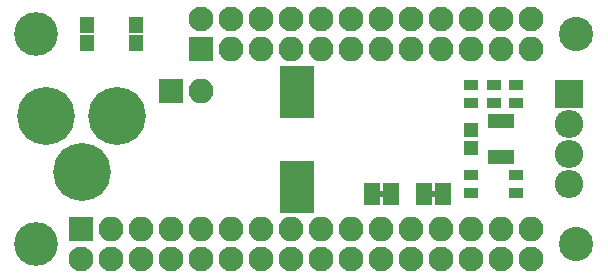
<source format=gbr>
G04 #@! TF.FileFunction,Soldermask,Top*
%FSLAX46Y46*%
G04 Gerber Fmt 4.6, Leading zero omitted, Abs format (unit mm)*
G04 Created by KiCad (PCBNEW 4.0.7) date 06/24/18 16:56:01*
%MOMM*%
%LPD*%
G01*
G04 APERTURE LIST*
%ADD10C,0.100000*%
%ADD11C,4.900000*%
%ADD12O,2.398980X2.398980*%
%ADD13R,2.398980X2.398980*%
%ADD14R,2.100000X2.100000*%
%ADD15O,2.100000X2.100000*%
%ADD16R,0.650000X1.150000*%
%ADD17R,1.150000X1.200000*%
%ADD18R,1.300000X0.900000*%
%ADD19R,2.900000X4.400000*%
%ADD20R,1.300000X1.400000*%
%ADD21C,3.702000*%
%ADD22C,2.900000*%
%ADD23C,2.100000*%
%ADD24R,1.400000X1.900000*%
%ADD25R,1.100000X0.600000*%
G04 APERTURE END LIST*
D10*
D11*
X44935140Y-37465000D03*
X38935660Y-37465000D03*
X41935400Y-42164000D03*
D12*
X83185000Y-43180000D03*
D13*
X83185000Y-35560000D03*
D12*
X83185000Y-38100000D03*
X83185000Y-40640000D03*
D14*
X41910000Y-46990000D03*
D15*
X44450000Y-46990000D03*
X46990000Y-46990000D03*
X49530000Y-46990000D03*
X52070000Y-46990000D03*
X54610000Y-46990000D03*
X57150000Y-46990000D03*
X59690000Y-46990000D03*
X62230000Y-46990000D03*
X64770000Y-46990000D03*
X67310000Y-46990000D03*
X69850000Y-46990000D03*
X72390000Y-46990000D03*
X74930000Y-46990000D03*
X77470000Y-46990000D03*
X80010000Y-46990000D03*
D14*
X52070000Y-31750000D03*
D15*
X54610000Y-31750000D03*
X57150000Y-31750000D03*
X59690000Y-31750000D03*
X62230000Y-31750000D03*
X64770000Y-31750000D03*
X67310000Y-31750000D03*
X69850000Y-31750000D03*
X72390000Y-31750000D03*
X74930000Y-31750000D03*
X77470000Y-31750000D03*
X80010000Y-31750000D03*
D16*
X76720000Y-40920000D03*
X77220000Y-40920000D03*
X77720000Y-40920000D03*
X78220000Y-40920000D03*
X78220000Y-37820000D03*
X77720000Y-37820000D03*
X77220000Y-37820000D03*
X76720000Y-37820000D03*
D17*
X74930000Y-38620000D03*
X74930000Y-40120000D03*
D18*
X74930000Y-36310000D03*
X74930000Y-34810000D03*
X78740000Y-42430000D03*
X78740000Y-43930000D03*
X74930000Y-42430000D03*
X74930000Y-43930000D03*
X76835000Y-36310000D03*
X76835000Y-34810000D03*
X78740000Y-36310000D03*
X78740000Y-34810000D03*
D19*
X60200000Y-35400000D03*
X60200000Y-43400000D03*
D20*
X46500000Y-31280000D03*
X46500000Y-29680000D03*
X42400000Y-31280000D03*
X42400000Y-29680000D03*
D14*
X49530000Y-35306000D03*
D15*
X52070000Y-35306000D03*
D21*
X38100000Y-48260000D03*
X38100000Y-30480000D03*
D22*
X83820000Y-30480000D03*
X83820000Y-48260000D03*
D23*
X41910000Y-49530000D03*
X44450000Y-49530000D03*
X46990000Y-49530000D03*
X49530000Y-49530000D03*
X52070000Y-49530000D03*
X54610000Y-49530000D03*
X57150000Y-49530000D03*
X59690000Y-49530000D03*
X62230000Y-49530000D03*
X64770000Y-49530000D03*
X67310000Y-49530000D03*
X69850000Y-49530000D03*
X72390000Y-49530000D03*
X74930000Y-49530000D03*
X77470000Y-49530000D03*
X80010000Y-49530000D03*
X80010000Y-29210000D03*
X77470000Y-29210000D03*
X74930000Y-29210000D03*
X72390000Y-29210000D03*
X69850000Y-29210000D03*
X67310000Y-29210000D03*
X64770000Y-29210000D03*
X62230000Y-29210000D03*
X59690000Y-29210000D03*
X57150000Y-29210000D03*
X54610000Y-29210000D03*
X52070000Y-29210000D03*
D24*
X70900000Y-44000000D03*
X72500000Y-44000000D03*
D25*
X71700000Y-44000000D03*
D24*
X66500000Y-44000000D03*
X68100000Y-44000000D03*
D25*
X67300000Y-44000000D03*
M02*

</source>
